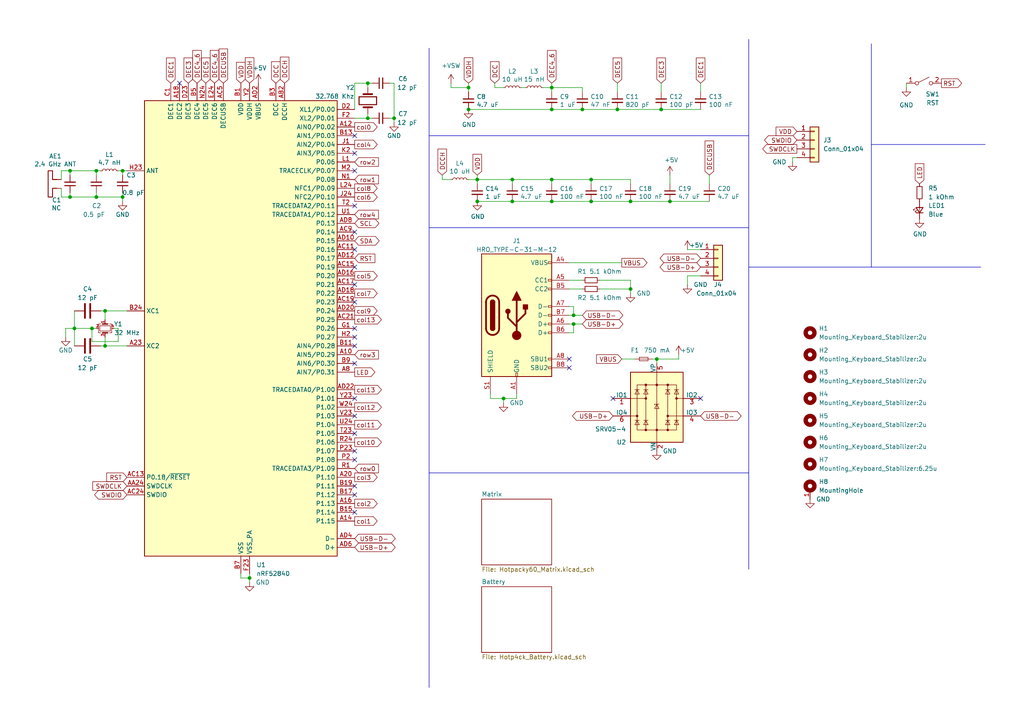
<source format=kicad_sch>
(kicad_sch (version 20230121) (generator eeschema)
  (paper "A4")
  (lib_symbols
    (symbol "Connector:USB_C_Receptacle_USB2.0" (pin_names (offset 1.016))
      (property "Reference" "J" (at -10.16 19.05 0))
      (property "Value" "USB_C_Receptacle_USB2.0" (at 19.05 19.05 0))
      (symbol "USB_C_Receptacle_USB2.0_1_1"
        (pin passive line (at 0 -22.86 90) (length 5.08) (name "GND") (number "A1"))
        (pin passive line (at 0 -22.86 90) (length 5.08) hide (name "GND") (number "A12"))
        (pin passive line (at 15.24 15.24 180) (length 5.08) (name "VBUS") (number "A4"))
        (pin bidirectional line (at 15.24 10.16 180) (length 5.08) (name "CC1") (number "A5"))
        (pin bidirectional line (at 15.24 -2.54 180) (length 5.08) (name "D+") (number "A6"))
        (pin bidirectional line (at 15.24 2.54 180) (length 5.08) (name "D-") (number "A7"))
        (pin bidirectional line (at 15.24 -12.7 180) (length 5.08) (name "SBU1") (number "A8"))
        (pin passive line (at 15.24 15.24 180) (length 5.08) hide (name "VBUS") (number "A9"))
        (pin passive line (at 0 -22.86 90) (length 5.08) hide (name "GND") (number "B1"))
        (pin passive line (at 0 -22.86 90) (length 5.08) hide (name "GND") (number "B12"))
        (pin passive line (at 15.24 15.24 180) (length 5.08) hide (name "VBUS") (number "B4"))
        (pin bidirectional line (at 15.24 7.62 180) (length 5.08) (name "CC2") (number "B5"))
        (pin bidirectional line (at 15.24 -5.08 180) (length 5.08) (name "D+") (number "B6"))
        (pin bidirectional line (at 15.24 0 180) (length 5.08) (name "D-") (number "B7"))
        (pin bidirectional line (at 15.24 -15.24 180) (length 5.08) (name "SBU2") (number "B8"))
        (pin passive line (at 15.24 15.24 180) (length 5.08) hide (name "VBUS") (number "B9"))
        (pin passive line (at -7.62 -22.86 90) (length 5.08) (name "SHIELD") (number "S1"))
      )
    )
    (symbol "Connector_Generic:Conn_01x04" (pin_names (offset 1.016) hide)
      (property "Reference" "J" (at 0 5.08 0))
      (property "Value" "Conn_01x04" (at 0 -7.62 0))
      (symbol "Conn_01x04_1_1"
        (pin passive line (at -5.08 2.54 0) (length 3.81) (name "Pin_1") (number "1"))
        (pin passive line (at -5.08 0 0) (length 3.81) (name "Pin_2") (number "2"))
        (pin passive line (at -5.08 -2.54 0) (length 3.81) (name "Pin_3") (number "3"))
        (pin passive line (at -5.08 -5.08 0) (length 3.81) (name "Pin_4") (number "4"))
      )
    )
    (symbol "Device:Antenna_Dipole" (pin_numbers hide) (pin_names (offset 1.016) hide)
      (property "Reference" "AE" (at 1.27 1.27 0))
      (property "Value" "Antenna_Dipole" (at 1.27 0 0))
      (symbol "Antenna_Dipole_1_1"
        (pin input line (at 0 -5.08 90) (length 2.54) (name "~") (number "1"))
        (pin input line (at 2.54 -5.08 90) (length 2.54) (name "~") (number "2"))
      )
    )
    (symbol "Device:C" (pin_numbers hide) (pin_names (offset 0.254))
      (property "Reference" "C" (at 0.635 2.54 0))
      (property "Value" "C" (at 0.635 -2.54 0))
      (symbol "C_1_1"
        (pin passive line (at 0 3.81 270) (length 2.794) (name "~") (number "1"))
        (pin passive line (at 0 -3.81 90) (length 2.794) (name "~") (number "2"))
      )
    )
    (symbol "Device:C_Small" (pin_numbers hide) (pin_names (offset 0.254) hide)
      (property "Reference" "C" (at 0.254 1.778 0))
      (property "Value" "C_Small" (at 0.254 -2.032 0))
      (symbol "C_Small_1_1"
        (pin passive line (at 0 2.54 270) (length 2.032) (name "~") (number "1"))
        (pin passive line (at 0 -2.54 90) (length 2.032) (name "~") (number "2"))
      )
    )
    (symbol "Device:Crystal" (pin_numbers hide) (pin_names (offset 1.016) hide)
      (property "Reference" "Y" (at 0 3.81 0))
      (property "Value" "Crystal" (at 0 -3.81 0))
      (symbol "Crystal_1_1"
        (pin passive line (at -3.81 0 0) (length 1.27) (name "1") (number "1"))
        (pin passive line (at 3.81 0 180) (length 1.27) (name "2") (number "2"))
      )
    )
    (symbol "Device:Crystal_GND24_Small" (pin_names (offset 1.016) hide)
      (property "Reference" "Y" (at 1.27 4.445 0))
      (property "Value" "Crystal_GND24_Small" (at 1.27 2.54 0))
      (symbol "Crystal_GND24_Small_1_1"
        (pin passive line (at -2.54 0 0) (length 1.27) (name "1") (number "1"))
        (pin passive line (at 0 -2.54 90) (length 0.635) (name "2") (number "2"))
        (pin passive line (at 2.54 0 180) (length 1.27) (name "3") (number "3"))
        (pin passive line (at 0 2.54 270) (length 0.635) (name "4") (number "4"))
      )
    )
    (symbol "Device:Fuse_Small" (pin_numbers hide) (pin_names (offset 0.254) hide)
      (property "Reference" "F" (at 0 -1.524 0))
      (property "Value" "Fuse_Small" (at 0 1.524 0))
      (symbol "Fuse_Small_1_1"
        (pin passive line (at -2.54 0 0) (length 1.27) (name "~") (number "1"))
        (pin passive line (at 2.54 0 180) (length 1.27) (name "~") (number "2"))
      )
    )
    (symbol "Device:LED_Small" (pin_numbers hide) (pin_names (offset 0.254) hide)
      (property "Reference" "D" (at -1.27 3.175 0))
      (property "Value" "LED_Small" (at -4.445 -2.54 0))
      (symbol "LED_Small_1_1"
        (pin passive line (at -2.54 0 0) (length 1.778) (name "K") (number "1"))
        (pin passive line (at 2.54 0 180) (length 1.778) (name "A") (number "2"))
      )
    )
    (symbol "Device:L_Small" (pin_numbers hide) (pin_names (offset 0.254) hide)
      (property "Reference" "L" (at 0.762 1.016 0))
      (property "Value" "L_Small" (at 0.762 -1.016 0))
      (symbol "L_Small_1_1"
        (pin passive line (at 0 2.54 270) (length 0.508) (name "~") (number "1"))
        (pin passive line (at 0 -2.54 90) (length 0.508) (name "~") (number "2"))
      )
    )
    (symbol "Device:R_Small" (pin_numbers hide) (pin_names (offset 0.254) hide)
      (property "Reference" "R" (at 0.762 0.508 0))
      (property "Value" "R_Small" (at 0.762 -1.016 0))
      (symbol "R_Small_1_1"
        (pin passive line (at 0 2.54 270) (length 0.762) (name "~") (number "1"))
        (pin passive line (at 0 -2.54 90) (length 0.762) (name "~") (number "2"))
      )
    )
    (symbol "MCU_Nordic:nRF52840"
      (property "Reference" "U" (at 0 5.08 0))
      (property "Value" "nRF52840" (at 0 2.54 0))
      (symbol "nRF52840_1_1"
        (pin bidirectional line (at 33.02 -7.62 180) (length 5.08) (name "AIN5/P0.29") (number "A10"))
        (pin bidirectional line (at 33.02 58.42 180) (length 5.08) (name "AIN0/P0.02") (number "A12"))
        (pin bidirectional line (at 33.02 -55.88 180) (length 5.08) (name "P1.15") (number "A14"))
        (pin bidirectional line (at 33.02 -50.8 180) (length 5.08) (name "P1.13") (number "A16"))
        (pin passive line (at -17.78 71.12 270) (length 5.08) (name "DEC2") (number "A18"))
        (pin bidirectional line (at 33.02 -43.18 180) (length 5.08) (name "P1.10") (number "A20"))
        (pin passive line (at 0 71.12 270) (length 5.08) hide (name "VDD") (number "A22"))
        (pin input line (at -33.02 -5.08 0) (length 5.08) (name "XC2") (number "A23"))
        (pin bidirectional line (at 33.02 -12.7 180) (length 5.08) (name "AIN7/P0.31") (number "A8"))
        (pin input line (at -33.02 -45.72 0) (length 5.08) (name "SWDCLK") (number "AA24"))
        (pin power_out line (at 12.7 71.12 270) (length 5.08) (name "DCCH") (number "AB2"))
        (pin bidirectional line (at 33.02 22.86 180) (length 5.08) (name "P0.16") (number "AC11"))
        (pin bidirectional line (at -33.02 -43.18 0) (length 5.08) (name "P0.18/~{RESET}") (number "AC13"))
        (pin bidirectional line (at 33.02 17.78 180) (length 5.08) (name "P0.19") (number "AC15"))
        (pin bidirectional line (at 33.02 12.7 180) (length 5.08) (name "P0.21") (number "AC17"))
        (pin bidirectional line (at 33.02 7.62 180) (length 5.08) (name "P0.23") (number "AC19"))
        (pin bidirectional line (at 33.02 2.54 180) (length 5.08) (name "P0.25") (number "AC21"))
        (pin bidirectional line (at -33.02 -48.26 0) (length 5.08) (name "SWDIO") (number "AC24"))
        (pin passive line (at -5.08 71.12 270) (length 5.08) (name "DECUSB") (number "AC5"))
        (pin bidirectional line (at 33.02 27.94 180) (length 5.08) (name "P0.14") (number "AC9"))
        (pin bidirectional line (at 33.02 25.4 180) (length 5.08) (name "P0.15") (number "AD10"))
        (pin bidirectional line (at 33.02 20.32 180) (length 5.08) (name "P0.17") (number "AD12"))
        (pin passive line (at 0 71.12 270) (length 5.08) hide (name "VDD") (number "AD14"))
        (pin bidirectional line (at 33.02 15.24 180) (length 5.08) (name "P0.20") (number "AD16"))
        (pin bidirectional line (at 33.02 10.16 180) (length 5.08) (name "P0.22") (number "AD18"))
        (pin power_in line (at 5.08 71.12 270) (length 5.08) (name "VBUS") (number "AD2"))
        (pin bidirectional line (at 33.02 5.08 180) (length 5.08) (name "P0.24") (number "AD20"))
        (pin bidirectional line (at 33.02 -17.78 180) (length 5.08) (name "TRACEDATA0/P1.00") (number "AD22"))
        (pin passive line (at 0 71.12 270) (length 5.08) hide (name "VDD") (number "AD23"))
        (pin bidirectional line (at 33.02 -60.96 180) (length 5.08) (name "D-") (number "AD4"))
        (pin bidirectional line (at 33.02 -63.5 180) (length 5.08) (name "D+") (number "AD6"))
        (pin bidirectional line (at 33.02 30.48 180) (length 5.08) (name "P0.13") (number "AD8"))
        (pin power_in line (at 0 71.12 270) (length 5.08) (name "VDD") (number "B1"))
        (pin bidirectional line (at 33.02 -5.08 180) (length 5.08) (name "AIN4/P0.28") (number "B11"))
        (pin bidirectional line (at 33.02 55.88 180) (length 5.08) (name "AIN1/P0.03") (number "B13"))
        (pin bidirectional line (at 33.02 -53.34 180) (length 5.08) (name "P1.14") (number "B15"))
        (pin bidirectional line (at 33.02 -48.26 180) (length 5.08) (name "P1.12") (number "B17"))
        (pin bidirectional line (at 33.02 -45.72 180) (length 5.08) (name "P1.11") (number "B19"))
        (pin input line (at -33.02 5.08 0) (length 5.08) (name "XC1") (number "B24"))
        (pin power_out line (at 10.16 71.12 270) (length 5.08) (name "DCC") (number "B3"))
        (pin passive line (at -12.7 71.12 270) (length 5.08) (name "DEC4") (number "B5"))
        (pin power_in line (at 0 -71.12 90) (length 5.08) (name "VSS") (number "B7"))
        (pin bidirectional line (at 33.02 -10.16 180) (length 5.08) (name "AIN6/P0.30") (number "B9"))
        (pin passive line (at -20.32 71.12 270) (length 5.08) (name "DEC1") (number "C1"))
        (pin bidirectional line (at 33.02 63.5 180) (length 5.08) (name "XL1/P0.00") (number "D2"))
        (pin passive line (at -15.24 71.12 270) (length 5.08) (name "DEC3") (number "D23"))
        (pin passive line (at -7.62 71.12 270) (length 5.08) (name "DEC6") (number "E24"))
        (pin passive line (at 0 -71.12 90) (length 5.08) hide (name "VSS") (number "EP"))
        (pin bidirectional line (at 33.02 60.96 180) (length 5.08) (name "XL2/P0.01") (number "F2"))
        (pin power_in line (at 2.54 -71.12 90) (length 5.08) (name "VSS_PA") (number "F23"))
        (pin bidirectional line (at 33.02 0 180) (length 5.08) (name "P0.26") (number "G1"))
        (pin bidirectional line (at 33.02 -2.54 180) (length 5.08) (name "P0.27") (number "H2"))
        (pin passive line (at -33.02 45.72 0) (length 5.08) (name "ANT") (number "H23"))
        (pin bidirectional line (at 33.02 53.34 180) (length 5.08) (name "AIN2/P0.04") (number "J1"))
        (pin bidirectional line (at 33.02 38.1 180) (length 5.08) (name "NFC2/P0.10") (number "J24"))
        (pin bidirectional line (at 33.02 50.8 180) (length 5.08) (name "AIN3/P0.05") (number "K2"))
        (pin bidirectional line (at 33.02 48.26 180) (length 5.08) (name "P0.06") (number "L1"))
        (pin bidirectional line (at 33.02 40.64 180) (length 5.08) (name "NFC1/P0.09") (number "L24"))
        (pin bidirectional line (at 33.02 45.72 180) (length 5.08) (name "TRACECLK/P0.07") (number "M2"))
        (pin bidirectional line (at 33.02 43.18 180) (length 5.08) (name "P0.08") (number "N1"))
        (pin passive line (at -10.16 71.12 270) (length 5.08) (name "DEC5") (number "N24"))
        (pin bidirectional line (at 33.02 -38.1 180) (length 5.08) (name "P1.08") (number "P2"))
        (pin bidirectional line (at 33.02 -35.56 180) (length 5.08) (name "P1.07") (number "P23"))
        (pin bidirectional line (at 33.02 -40.64 180) (length 5.08) (name "TRACEDATA3/P1.09") (number "R1"))
        (pin bidirectional line (at 33.02 -33.02 180) (length 5.08) (name "P1.06") (number "R24"))
        (pin bidirectional line (at 33.02 35.56 180) (length 5.08) (name "TRACEDATA2/P0.11") (number "T2"))
        (pin bidirectional line (at 33.02 -30.48 180) (length 5.08) (name "P1.05") (number "T23"))
        (pin bidirectional line (at 33.02 33.02 180) (length 5.08) (name "TRACEDATA1/P0.12") (number "U1"))
        (pin bidirectional line (at 33.02 -27.94 180) (length 5.08) (name "P1.04") (number "U24"))
        (pin bidirectional line (at 33.02 -25.4 180) (length 5.08) (name "P1.03") (number "V23"))
        (pin passive line (at 0 71.12 270) (length 5.08) hide (name "VDD") (number "W1"))
        (pin bidirectional line (at 33.02 -22.86 180) (length 5.08) (name "P1.02") (number "W24"))
        (pin power_in line (at 2.54 71.12 270) (length 5.08) (name "VDDH") (number "Y2"))
        (pin bidirectional line (at 33.02 -20.32 180) (length 5.08) (name "P1.01") (number "Y23"))
      )
    )
    (symbol "Mechanical:MountingHole" (pin_names (offset 1.016))
      (property "Reference" "H" (at 0 5.08 0))
      (property "Value" "MountingHole" (at 0 3.175 0))
    )
    (symbol "MountingHole_1" (pin_names (offset 1.016))
      (property "Reference" "H7" (at 2.54 1.2701 0))
      (property "Value" "MountingHole" (at 2.54 -1.2699 0))
      (symbol "MountingHole_1_0_0"
        (text "" (at 5.08 -1.27 0) (effects (font (size 1.27 1.27))))
        (text "" (at 5.08 1.27 0) (effects (font (size 1.27 1.27))))
      )
      (symbol "MountingHole_1_1_1"
        (pin input line (at 0 -3.81 90) (length 2.54) (name "") (number "1"))
      )
    )
    (symbol "PCM_marbastlib-various:SRV05-4" (pin_names (offset 0))
      (property "Reference" "U" (at -5.08 11.43 0))
      (property "Value" "SRV05-4" (at 2.54 11.43 0))
      (symbol "SRV05-4_1_1"
        (pin passive line (at -12.7 2.54 0) (length 5.08) (name "IO1") (number "1"))
        (pin passive line (at 0 -12.7 90) (length 2.54) (name "VN") (number "2"))
        (pin passive line (at 12.7 2.54 180) (length 5.08) (name "IO2") (number "3"))
        (pin passive line (at 12.7 -2.54 180) (length 5.08) (name "IO3") (number "4"))
        (pin passive line (at 0 12.7 270) (length 2.54) (name "VP") (number "5"))
        (pin passive line (at -12.7 -2.54 0) (length 5.08) (name "IO4") (number "6"))
      )
    )
    (symbol "Switch:SW_SPST" (pin_names (offset 0) hide)
      (property "Reference" "SW" (at 0 3.175 0))
      (property "Value" "SW_SPST" (at 0 -2.54 0))
      (symbol "SW_SPST_1_1"
        (pin passive line (at -5.08 0 0) (length 2.54) (name "A") (number "1"))
        (pin passive line (at 5.08 0 180) (length 2.54) (name "B") (number "2"))
      )
    )
    (symbol "power:+5V" (power) (pin_names (offset 0))
      (property "Value" "+5V" (at 0 3.556 0))
      (symbol "+5V_1_1"
        (pin power_in line (at 0 0 90) (length 0) hide (name "+5V") (number "1"))
      )
    )
    (symbol "power:+VSW" (power) (pin_names (offset 0))
      (property "Value" "+VSW" (at 0 3.556 0))
      (symbol "+VSW_1_1"
        (pin power_in line (at 0 0 90) (length 0) hide (name "+VSW") (number "1"))
      )
    )
    (symbol "power:GND" (power) (pin_names (offset 0))
      (property "Value" "GND" (at 0 -3.81 0))
      (symbol "GND_1_1"
        (pin power_in line (at 0 0 270) (length 0) hide (name "GND") (number "1"))
      )
    )
  )
  (junction (at 35.56 49.53))
  (junction (at 171.45 52.07) (diameter 0.9144))
  (junction (at 27.94 57.15))
  (junction (at 135.89 31.75) (diameter 0.9144))
  (junction (at 138.43 52.07) (diameter 0.9144))
  (junction (at 35.56 57.15))
  (junction (at 168.91 31.75) (diameter 0.9144))
  (junction (at 166.37 91.44))
  (junction (at 166.37 93.98))
  (junction (at 190.5 104.14))
  (junction (at 72.39 167.64))
  (junction (at 30.48 90.17))
  (junction (at 160.02 25.4) (diameter 0.9144))
  (junction (at 194.31 58.42) (diameter 0.9144))
  (junction (at 191.77 31.75) (diameter 0.9144))
  (junction (at 160.02 52.07) (diameter 0.9144))
  (junction (at 20.32 49.53))
  (junction (at 20.32 57.15))
  (junction (at 21.59 95.25))
  (junction (at 106.68 24.13))
  (junction (at 27.94 49.53))
  (junction (at 114.3 34.29))
  (junction (at 160.02 31.75) (diameter 0.9144))
  (junction (at 160.02 58.42) (diameter 0.9144))
  (junction (at 179.07 31.75) (diameter 0.9144))
  (junction (at 135.89 25.4) (diameter 0.9144))
  (junction (at 182.88 83.82) (diameter 0.9144))
  (junction (at 30.48 100.33))
  (junction (at 138.43 58.42) (diameter 0.9144))
  (junction (at 148.59 52.07) (diameter 0.9144))
  (junction (at 171.45 58.42) (diameter 0.9144))
  (junction (at 26.67 95.25))
  (junction (at 146.05 115.57))
  (junction (at 106.68 34.29))
  (junction (at 148.59 58.42) (diameter 0.9144))
  (junction (at 182.88 58.42) (diameter 0.9144))
  (no_connect (at 102.87 100.33))
  (no_connect (at 102.87 120.65))
  (no_connect (at 102.87 82.55))
  (no_connect (at 165.1 106.68))
  (no_connect (at 102.87 140.97))
  (no_connect (at 102.87 67.31))
  (no_connect (at 203.2 115.57))
  (no_connect (at 102.87 44.45))
  (no_connect (at 52.07 24.13))
  (no_connect (at 102.87 87.63))
  (no_connect (at 102.87 130.81))
  (no_connect (at 165.1 104.14))
  (no_connect (at 102.87 148.59))
  (no_connect (at 102.87 97.79))
  (no_connect (at 102.87 95.25))
  (no_connect (at 102.87 133.35))
  (no_connect (at 102.87 115.57))
  (no_connect (at 102.87 72.39))
  (no_connect (at 102.87 125.73))
  (no_connect (at 102.87 59.69))
  (no_connect (at 177.8 115.57))
  (no_connect (at 102.87 77.47))
  (no_connect (at 102.87 105.41))
  (no_connect (at 102.87 39.37))
  (no_connect (at 102.87 49.53))
  (no_connect (at 102.87 143.51))
  (wire (pts (xy 102.87 34.29) (xy 106.68 34.29)))
  (wire (pts (xy 165.1 96.52) (xy 166.37 96.52)))
  (wire (pts (xy 106.68 34.29) (xy 107.95 34.29)))
  (wire (pts (xy 21.59 90.17) (xy 21.59 95.25)))
  (wire (pts (xy 171.45 52.07) (xy 171.45 53.34)))
  (wire (pts (xy 166.37 96.52) (xy 166.37 93.98)))
  (wire (pts (xy 199.39 80.01) (xy 199.39 82.55)))
  (polyline (pts (xy 217.17 77.47) (xy 284.48 77.47)))
  (wire (pts (xy 160.02 31.75) (xy 168.91 31.75)))
  (wire (pts (xy 151.13 25.4) (xy 152.4 25.4)))
  (wire (pts (xy 69.85 167.64) (xy 72.39 167.64)))
  (wire (pts (xy 20.32 57.15) (xy 27.94 57.15)))
  (wire (pts (xy 130.81 24.13) (xy 130.81 25.4)))
  (wire (pts (xy 179.07 31.75) (xy 191.77 31.75)))
  (wire (pts (xy 182.88 58.42) (xy 194.31 58.42)))
  (wire (pts (xy 29.21 49.53) (xy 27.94 49.53)))
  (wire (pts (xy 21.59 95.25) (xy 21.59 100.33)))
  (wire (pts (xy 138.43 52.07) (xy 138.43 53.34)))
  (wire (pts (xy 27.94 55.88) (xy 27.94 57.15)))
  (wire (pts (xy 102.87 24.13) (xy 106.68 24.13)))
  (wire (pts (xy 138.43 58.42) (xy 148.59 58.42)))
  (wire (pts (xy 166.37 93.98) (xy 168.91 93.98)))
  (wire (pts (xy 182.88 85.09) (xy 182.88 83.82)))
  (polyline (pts (xy 212.09 39.37) (xy 214.63 39.37)))
  (wire (pts (xy 27.94 95.25) (xy 26.67 95.25)))
  (wire (pts (xy 135.89 31.75) (xy 160.02 31.75)))
  (wire (pts (xy 128.27 50.8) (xy 128.27 52.07)))
  (wire (pts (xy 160.02 52.07) (xy 160.02 53.34)))
  (wire (pts (xy 138.43 52.07) (xy 135.89 52.07)))
  (wire (pts (xy 72.39 167.64) (xy 72.39 168.91)))
  (wire (pts (xy 29.21 100.33) (xy 30.48 100.33)))
  (wire (pts (xy 160.02 25.4) (xy 168.91 25.4)))
  (wire (pts (xy 143.51 25.4) (xy 146.05 25.4)))
  (wire (pts (xy 21.59 95.25) (xy 19.05 95.25)))
  (wire (pts (xy 190.5 104.14) (xy 190.5 105.41)))
  (wire (pts (xy 160.02 25.4) (xy 160.02 24.13)))
  (wire (pts (xy 102.87 31.75) (xy 102.87 24.13)))
  (wire (pts (xy 165.1 88.9) (xy 166.37 88.9)))
  (wire (pts (xy 173.99 81.28) (xy 182.88 81.28)))
  (wire (pts (xy 35.56 49.53) (xy 35.56 50.8)))
  (wire (pts (xy 17.78 54.61) (xy 17.78 57.15)))
  (polyline (pts (xy 124.46 66.04) (xy 217.17 66.04)))
  (wire (pts (xy 106.68 24.13) (xy 107.95 24.13)))
  (wire (pts (xy 168.91 25.4) (xy 168.91 26.67)))
  (wire (pts (xy 179.07 26.67) (xy 179.07 24.13)))
  (wire (pts (xy 20.32 55.88) (xy 20.32 57.15)))
  (polyline (pts (xy 214.63 39.37) (xy 217.17 39.37)))
  (wire (pts (xy 106.68 33.02) (xy 106.68 34.29)))
  (wire (pts (xy 191.77 31.75) (xy 203.2 31.75)))
  (wire (pts (xy 33.02 95.25) (xy 34.29 95.25)))
  (wire (pts (xy 148.59 53.34) (xy 148.59 52.07)))
  (wire (pts (xy 160.02 58.42) (xy 171.45 58.42)))
  (wire (pts (xy 148.59 52.07) (xy 160.02 52.07)))
  (wire (pts (xy 229.87 45.72) (xy 231.14 45.72)))
  (wire (pts (xy 26.67 95.25) (xy 26.67 99.06)))
  (wire (pts (xy 35.56 57.15) (xy 27.94 57.15)))
  (polyline (pts (xy 124.46 13.97) (xy 124.46 199.39)))
  (wire (pts (xy 168.91 31.75) (xy 179.07 31.75)))
  (polyline (pts (xy 124.46 39.37) (xy 212.09 39.37)))
  (wire (pts (xy 114.3 34.29) (xy 114.3 35.56)))
  (wire (pts (xy 180.34 104.14) (xy 184.15 104.14)))
  (wire (pts (xy 165.1 93.98) (xy 166.37 93.98)))
  (wire (pts (xy 26.67 99.06) (xy 34.29 99.06)))
  (wire (pts (xy 130.81 25.4) (xy 135.89 25.4)))
  (wire (pts (xy 35.56 57.15) (xy 35.56 58.42)))
  (wire (pts (xy 199.39 72.39) (xy 203.2 72.39)))
  (wire (pts (xy 35.56 49.53) (xy 36.83 49.53)))
  (wire (pts (xy 194.31 58.42) (xy 205.74 58.42)))
  (wire (pts (xy 27.94 49.53) (xy 27.94 50.8)))
  (wire (pts (xy 171.45 58.42) (xy 182.88 58.42)))
  (polyline (pts (xy 217.17 11.43) (xy 217.17 165.1)))
  (wire (pts (xy 182.88 81.28) (xy 182.88 83.82)))
  (wire (pts (xy 20.32 49.53) (xy 20.32 50.8)))
  (wire (pts (xy 229.87 46.99) (xy 229.87 45.72)))
  (wire (pts (xy 203.2 80.01) (xy 199.39 80.01)))
  (wire (pts (xy 138.43 52.07) (xy 148.59 52.07)))
  (wire (pts (xy 168.91 91.44) (xy 166.37 91.44)))
  (wire (pts (xy 157.48 25.4) (xy 160.02 25.4)))
  (wire (pts (xy 17.78 57.15) (xy 20.32 57.15)))
  (wire (pts (xy 205.74 50.8) (xy 205.74 53.34)))
  (wire (pts (xy 194.31 50.8) (xy 194.31 53.34)))
  (wire (pts (xy 30.48 90.17) (xy 30.48 92.71)))
  (polyline (pts (xy 217.17 137.16) (xy 124.46 137.16)))
  (wire (pts (xy 143.51 24.13) (xy 143.51 25.4)))
  (wire (pts (xy 19.05 95.25) (xy 19.05 97.79)))
  (wire (pts (xy 30.48 100.33) (xy 36.83 100.33)))
  (wire (pts (xy 114.3 24.13) (xy 114.3 34.29)))
  (wire (pts (xy 182.88 52.07) (xy 182.88 53.34)))
  (wire (pts (xy 160.02 25.4) (xy 160.02 26.67)))
  (wire (pts (xy 69.85 167.64) (xy 69.85 166.37)))
  (wire (pts (xy 142.24 115.57) (xy 146.05 115.57)))
  (wire (pts (xy 189.23 104.14) (xy 190.5 104.14)))
  (wire (pts (xy 165.1 83.82) (xy 168.91 83.82)))
  (wire (pts (xy 142.24 114.3) (xy 142.24 115.57)))
  (wire (pts (xy 36.83 90.17) (xy 30.48 90.17)))
  (wire (pts (xy 191.77 24.13) (xy 191.77 26.67)))
  (wire (pts (xy 17.78 49.53) (xy 17.78 52.07)))
  (wire (pts (xy 203.2 24.13) (xy 203.2 26.67)))
  (wire (pts (xy 34.29 95.25) (xy 34.29 99.06)))
  (wire (pts (xy 138.43 50.8) (xy 138.43 52.07)))
  (wire (pts (xy 72.39 167.64) (xy 72.39 166.37)))
  (wire (pts (xy 34.29 49.53) (xy 35.56 49.53)))
  (wire (pts (xy 166.37 88.9) (xy 166.37 91.44)))
  (wire (pts (xy 20.32 49.53) (xy 27.94 49.53)))
  (wire (pts (xy 35.56 55.88) (xy 35.56 57.15)))
  (wire (pts (xy 113.03 24.13) (xy 114.3 24.13)))
  (wire (pts (xy 160.02 52.07) (xy 171.45 52.07)))
  (wire (pts (xy 148.59 58.42) (xy 160.02 58.42)))
  (wire (pts (xy 146.05 115.57) (xy 149.86 115.57)))
  (wire (pts (xy 135.89 25.4) (xy 135.89 24.13)))
  (wire (pts (xy 262.89 24.13) (xy 262.89 25.4)))
  (polyline (pts (xy 252.73 41.91) (xy 285.75 41.91)))
  (wire (pts (xy 165.1 76.2) (xy 180.34 76.2)))
  (wire (pts (xy 173.99 83.82) (xy 182.88 83.82)))
  (wire (pts (xy 29.21 90.17) (xy 30.48 90.17)))
  (wire (pts (xy 135.89 26.67) (xy 135.89 25.4)))
  (wire (pts (xy 149.86 114.3) (xy 149.86 115.57)))
  (wire (pts (xy 165.1 81.28) (xy 168.91 81.28)))
  (polyline (pts (xy 252.73 77.47) (xy 252.73 12.7)))
  (wire (pts (xy 113.03 34.29) (xy 114.3 34.29)))
  (wire (pts (xy 146.05 116.84) (xy 146.05 115.57)))
  (wire (pts (xy 130.81 52.07) (xy 128.27 52.07)))
  (wire (pts (xy 30.48 97.79) (xy 30.48 100.33)))
  (wire (pts (xy 20.32 49.53) (xy 17.78 49.53)))
  (wire (pts (xy 106.68 24.13) (xy 106.68 25.4)))
  (wire (pts (xy 165.1 91.44) (xy 166.37 91.44)))
  (wire (pts (xy 196.85 102.87) (xy 196.85 104.14)))
  (wire (pts (xy 190.5 104.14) (xy 196.85 104.14)))
  (wire (pts (xy 171.45 52.07) (xy 182.88 52.07)))
  (wire (pts (xy 21.59 95.25) (xy 26.67 95.25)))
  (global_label "DEC1" (shape input) (at 203.2 24.13 90) (property "Intersheetrefs" "${INTERSHEET_REFS}" (effects hide)))
  (global_label "col12" (shape output) (at 102.87 118.11 0) (property "Intersheetrefs" "${INTERSHEET_REFS}" (effects hide)))
  (global_label "DEC4_6" (shape input) (at 160.02 24.13 90) (property "Intersheetrefs" "${INTERSHEET_REFS}" (effects hide)))
  (global_label "DEC3" (shape input) (at 54.61 24.13 90) (property "Intersheetrefs" "${INTERSHEET_REFS}" (effects hide)))
  (global_label "row0" (shape input) (at 102.87 135.89 0) (property "Intersheetrefs" "${INTERSHEET_REFS}" (effects hide)))
  (global_label "SDA" (shape bidirectional) (at 102.87 69.85 0) (property "Intersheetrefs" "${INTERSHEET_REFS}" (effects hide)))
  (global_label "col5" (shape output) (at 102.87 80.01 0) (property "Intersheetrefs" "${INTERSHEET_REFS}" (effects hide)))
  (global_label "col10" (shape output) (at 102.87 128.27 0) (property "Intersheetrefs" "${INTERSHEET_REFS}" (effects hide)))
  (global_label "USB-D+" (shape bidirectional) (at 102.87 158.75 0) (property "Intersheetrefs" "${INTERSHEET_REFS}" (effects hide)))
  (global_label "SWDIO" (shape bidirectional) (at 36.83 143.51 180) (property "Intersheetrefs" "${INTERSHEET_REFS}" (effects hide)))
  (global_label "col2" (shape output) (at 102.87 146.05 0) (property "Intersheetrefs" "${INTERSHEET_REFS}" (effects hide)))
  (global_label "DEC4_6" (shape input) (at 62.23 24.13 90) (property "Intersheetrefs" "${INTERSHEET_REFS}" (effects hide)))
  (global_label "col13" (shape output) (at 102.87 113.03 0) (property "Intersheetrefs" "${INTERSHEET_REFS}" (effects hide)))
  (global_label "DEC4_6" (shape input) (at 57.15 24.13 90) (property "Intersheetrefs" "${INTERSHEET_REFS}" (effects hide)))
  (global_label "RST" (shape input) (at 102.87 74.93 0) (property "Intersheetrefs" "${INTERSHEET_REFS}" (effects hide)))
  (global_label "DCCH" (shape input) (at 128.27 50.8 90) (property "Intersheetrefs" "${INTERSHEET_REFS}" (effects hide)))
  (global_label "DEC5" (shape input) (at 179.07 24.13 90) (property "Intersheetrefs" "${INTERSHEET_REFS}" (effects hide)))
  (global_label "DECUSB" (shape input) (at 205.74 50.8 90) (property "Intersheetrefs" "${INTERSHEET_REFS}" (effects hide)))
  (global_label "col11" (shape output) (at 102.87 123.19 0) (property "Intersheetrefs" "${INTERSHEET_REFS}" (effects hide)))
  (global_label "VBUS" (shape input) (at 180.34 104.14 180) (property "Intersheetrefs" "${INTERSHEET_REFS}" (effects hide)))
  (global_label "USB-D+" (shape bidirectional) (at 203.2 77.47 180) (property "Intersheetrefs" "${INTERSHEET_REFS}" (effects hide)))
  (global_label "USB-D+" (shape bidirectional) (at 177.8 120.65 180) (property "Intersheetrefs" "${INTERSHEET_REFS}" (effects hide)))
  (global_label "DCC" (shape input) (at 143.51 24.13 90) (property "Intersheetrefs" "${INTERSHEET_REFS}" (effects hide)))
  (global_label "RST" (shape input) (at 36.83 138.43 180) (property "Intersheetrefs" "${INTERSHEET_REFS}" (effects hide)))
  (global_label "col4" (shape output) (at 102.87 41.91 0) (property "Intersheetrefs" "${INTERSHEET_REFS}" (effects hide)))
  (global_label "VDDH" (shape input) (at 72.39 24.13 90) (property "Intersheetrefs" "${INTERSHEET_REFS}" (effects hide)))
  (global_label "VDDH" (shape input) (at 135.89 24.13 90) (property "Intersheetrefs" "${INTERSHEET_REFS}" (effects hide)))
  (global_label "col3" (shape output) (at 102.87 138.43 0) (property "Intersheetrefs" "${INTERSHEET_REFS}" (effects hide)))
  (global_label "RST" (shape output) (at 273.05 24.13 0) (property "Intersheetrefs" "${INTERSHEET_REFS}" (effects hide)))
  (global_label "col1" (shape output) (at 102.87 151.13 0) (property "Intersheetrefs" "${INTERSHEET_REFS}" (effects hide)))
  (global_label "DCCH" (shape input) (at 82.55 24.13 90) (property "Intersheetrefs" "${INTERSHEET_REFS}" (effects hide)))
  (global_label "VBUS" (shape output) (at 180.34 76.2 0) (property "Intersheetrefs" "${INTERSHEET_REFS}" (effects hide)))
  (global_label "DECUSB" (shape input) (at 64.77 24.13 90) (property "Intersheetrefs" "${INTERSHEET_REFS}" (effects hide)))
  (global_label "USB-D+" (shape bidirectional) (at 168.91 93.98 0) (property "Intersheetrefs" "${INTERSHEET_REFS}" (effects hide)))
  (global_label "col0" (shape output) (at 102.87 36.83 0) (property "Intersheetrefs" "${INTERSHEET_REFS}" (effects hide)))
  (global_label "SWDIO" (shape bidirectional) (at 231.14 40.64 180) (property "Intersheetrefs" "${INTERSHEET_REFS}" (effects hide)))
  (global_label "row1" (shape input) (at 102.87 52.07 0) (property "Intersheetrefs" "${INTERSHEET_REFS}" (effects hide)))
  (global_label "VDD" (shape input) (at 69.85 24.13 90) (property "Intersheetrefs" "${INTERSHEET_REFS}" (effects hide)))
  (global_label "col7" (shape output) (at 102.87 85.09 0) (property "Intersheetrefs" "${INTERSHEET_REFS}" (effects hide)))
  (global_label "SWDCLK" (shape input) (at 36.83 140.97 180) (property "Intersheetrefs" "${INTERSHEET_REFS}" (effects hide)))
  (global_label "LED" (shape input) (at 266.7 53.34 90) (property "Intersheetrefs" "${INTERSHEET_REFS}" (effects hide)))
  (global_label "VDD" (shape input) (at 138.43 50.8 90) (property "Intersheetrefs" "${INTERSHEET_REFS}" (effects hide)))
  (global_label "row2" (shape input) (at 102.87 46.99 0) (property "Intersheetrefs" "${INTERSHEET_REFS}" (effects hide)))
  (global_label "col6" (shape output) (at 102.87 57.15 0) (property "Intersheetrefs" "${INTERSHEET_REFS}" (effects hide)))
  (global_label "USB-D-" (shape bidirectional) (at 203.2 74.93 180) (property "Intersheetrefs" "${INTERSHEET_REFS}" (effects hide)))
  (global_label "VDD" (shape input) (at 231.14 38.1 180) (property "Intersheetrefs" "${INTERSHEET_REFS}" (effects hide)))
  (global_label "USB-D-" (shape bidirectional) (at 168.91 91.44 0) (property "Intersheetrefs" "${INTERSHEET_REFS}" (effects hide)))
  (global_label "DEC3" (shape input) (at 191.77 24.13 90) (property "Intersheetrefs" "${INTERSHEET_REFS}" (effects hide)))
  (global_label "DEC5" (shape input) (at 59.69 24.13 90) (property "Intersheetrefs" "${INTERSHEET_REFS}" (effects hide)))
  (global_label "col9" (shape output) (at 102.87 90.17 0) (property "Intersheetrefs" "${INTERSHEET_REFS}" (effects hide)))
  (global_label "col13" (shape output) (at 102.87 92.71 0) (property "Intersheetrefs" "${INTERSHEET_REFS}" (effects hide)))
  (global_label "col8" (shape output) (at 102.87 54.61 0) (property "Intersheetrefs" "${INTERSHEET_REFS}" (effects hide)))
  (global_label "SCL" (shape bidirectional) (at 102.87 64.77 0) (property "Intersheetrefs" "${INTERSHEET_REFS}" (effects hide)))
  (global_label "SWDCLK" (shape output) (at 231.14 43.18 180) (property "Intersheetrefs" "${INTERSHEET_REFS}" (effects hide)))
  (global_label "USB-D-" (shape bidirectional) (at 203.2 120.65 0) (property "Intersheetrefs" "${INTERSHEET_REFS}" (effects hide)))
  (global_label "row4" (shape input) (at 102.87 62.23 0) (property "Intersheetrefs" "${INTERSHEET_REFS}" (effects hide)))
  (global_label "LED" (shape output) (at 102.87 107.95 0) (property "Intersheetrefs" "${INTERSHEET_REFS}" (effects hide)))
  (global_label "DEC1" (shape input) (at 49.53 24.13 90) (property "Intersheetrefs" "${INTERSHEET_REFS}" (effects hide)))
  (global_label "USB-D-" (shape bidirectional) (at 102.87 156.21 0) (property "Intersheetrefs" "${INTERSHEET_REFS}" (effects hide)))
  (global_label "DCC" (shape input) (at 80.01 24.13 90) (property "Intersheetrefs" "${INTERSHEET_REFS}" (effects hide)))
  (global_label "row3" (shape input) (at 102.87 102.87 0) (property "Intersheetrefs" "${INTERSHEET_REFS}" (effects hide)))
  (symbol (lib_id "Device:C_Small") (at 110.49 24.13 90) (unit 1)
    (property "Reference" "C6" (at 116.84 22.86 90))
    (property "Value" "12 pF" (at 118.11 25.4 90))
    (property "Footprint" "Capacitor_SMD:C_0402_1005Metric" (effects hide))
    (property "Notes" "NP0, 2%" (effects hide))
    (property "LCSC" "C1547" (effects hide))
  )
  (symbol (lib_id "Device:C_Small") (at 110.49 34.29 90) (unit 1)
    (property "Reference" "C7" (at 116.84 33.02 90))
    (property "Value" "12 pF" (at 118.11 35.56 90))
    (property "Footprint" "Capacitor_SMD:C_0402_1005Metric" (effects hide))
    (property "Notes" "NP0, 2%" (effects hide))
    (property "LCSC" "C1547" (effects hide))
  )
  (symbol (lib_id "Device:Fuse_Small") (at 186.69 104.14 0) (unit 1)
    (property "Reference" "F1" (at 184.15 101.6 0))
    (property "Value" "750 mA" (at 190.5 101.6 0))
    (property "Footprint" "Fuse:Fuse_0603_1608Metric" (effects hide))
    (property "LCSC" "C20792" (effects hide))
  )
  (symbol (lib_id "power:+5V") (at 199.39 72.39 0) (unit 1)
    (property "Reference" "#PWR035" (effects hide))
    (property "Value" "+5V" (at 201.93 71.12 0))
  )
  (symbol (lib_id "power:GND") (at 262.89 25.4 0) (unit 1)
    (property "Reference" "#PWR010" (effects hide))
    (property "Value" "GND" (at 262.89 30.48 0))
  )
  (symbol (lib_id "Mechanical:MountingHole") (at 234.95 96.52 0) (unit 1) (in_bom no)
    (property "Reference" "H1" (at 237.49 95.2499 0) (effects (justify left)))
    (property "Value" "Mounting_Keyboard_Stabilizer:2u" (at 237.49 97.7899 0) (effects (justify left)))
    (property "Footprint" "Mounting_Keyboard_Stabilizer:Stabilizer_Cherry_MX_2u" (effects hide))
  )
  (symbol (lib_id "Device:C_Small") (at 27.94 53.34 180) (unit 1)
    (property "Reference" "C2" (at 26.67 59.69 0) (effects (justify right)))
    (property "Value" "0.5 pF" (at 30.48 62.23 0) (effects (justify left)))
    (property "Footprint" "Capacitor_SMD:C_0402_1005Metric" (effects hide))
    (property "Notes" "NP0, 10%" (effects hide))
    (property "LCSC" "C77179" (effects hide))
  )
  (symbol (lib_id "Connector_Generic:Conn_01x04") (at 236.22 40.64 0) (unit 1) (in_bom no)
    (property "Reference" "J3" (at 238.76 40.64 0) (effects (justify left)))
    (property "Value" "Conn_01x04" (at 238.76 43.18 0) (effects (justify left)))
    (property "Footprint" "Connector_PinSocket_2.54mm:PinSocket_1x04_P2.54mm_Vertical" (effects hide))
  )
  (symbol (lib_id "Device:C_Small") (at 179.07 29.21 0) (unit 1)
    (property "Reference" "C11" (at 181.4068 28.0416 0) (effects (justify left)))
    (property "Value" "820 pF" (at 181.4068 30.353 0) (effects (justify left)))
    (property "Footprint" "Capacitor_SMD:C_0402_1005Metric" (effects hide))
    (property "Notes" "NP0, 5%" (effects hide))
    (property "LCSC" "C161159" (effects hide))
  )
  (symbol (lib_id "Mechanical:MountingHole") (at 234.95 115.57 0) (unit 1) (in_bom no)
    (property "Reference" "H4" (at 237.49 114.2999 0) (effects (justify left)))
    (property "Value" "Mounting_Keyboard_Stabilizer:2u" (at 237.49 116.8399 0) (effects (justify left)))
    (property "Footprint" "Mounting_Keyboard_Stabilizer:Stabilizer_Cherry_MX_2u" (effects hide))
  )
  (symbol (lib_id "Device:C") (at 25.4 100.33 270) (unit 1)
    (property "Reference" "C5" (at 25.4 104.14 90))
    (property "Value" "12 pF" (at 25.4 106.68 90))
    (property "Footprint" "Capacitor_SMD:C_0402_1005Metric" (effects hide))
  )
  (symbol (lib_id "power:GND") (at 229.87 46.99 0) (unit 1)
    (property "Reference" "#PWR011" (effects hide))
    (property "Value" "GND" (at 226.06 46.99 0))
  )
  (symbol (lib_id "PCM_marbastlib-various:SRV05-4") (at 190.5 118.11 0) (unit 1)
    (property "Reference" "U2" (at 181.61 128.27 0) (effects (justify right)))
    (property "Value" "SRV05-4" (at 181.61 124.46 0) (effects (justify right)))
    (property "Footprint" "PCM_marbastlib-various:SOT-23-6-routable" (effects hide))
    (property "Datasheet" "http://www.onsemi.com/pub/Collateral/SRV05-4-D.PDF" (effects hide))
  )
  (symbol (lib_id "power:GND") (at 190.5 130.81 0) (unit 1)
    (property "Reference" "#PWR012" (effects hide))
    (property "Value" "GND" (at 194.31 130.81 0))
  )
  (symbol (lib_id "power:GND") (at 182.88 85.09 0) (unit 1)
    (property "Reference" "#PWR014" (effects hide))
    (property "Value" "GND" (at 186.69 85.09 0))
  )
  (symbol (lib_id "power:GND") (at 266.7 63.5 0) (unit 1)
    (property "Reference" "#PWR09" (effects hide))
    (property "Value" "GND" (at 266.827 67.8942 0))
  )
  (symbol (lib_id "Device:LED_Small") (at 266.7 60.96 90) (unit 1)
    (property "Reference" "LED1" (at 269.24 59.6264 90) (effects (justify right)))
    (property "Value" "Blue" (at 269.24 62.1664 90) (effects (justify right)))
    (property "Footprint" "LED_SMD:LED_0603_1608Metric" (effects hide))
    (property "LCSC" "C72038" (effects hide))
  )
  (symbol (lib_id "Connector:USB_C_Receptacle_USB2.0") (at 149.86 91.44 0) (unit 1)
    (property "Reference" "J1" (at 149.86 69.85 0))
    (property "Value" "HRO_TYPE-C-31-M-12" (at 149.86 72.39 0))
    (property "Footprint" "Connector_USB:USB_C_Receptacle_HRO_TYPE-C-31-M-12" (effects hide))
    (property "Datasheet" "https://www.usb.org/sites/default/files/documents/usb_type-c.zip" (effects hide))
  )
  (symbol (lib_id "Device:C_Small") (at 160.02 29.21 0) (unit 1)
    (property "Reference" "C9" (at 162.3568 28.0416 0) (effects (justify left)))
    (property "Value" "1 uF" (at 162.3568 30.353 0) (effects (justify left)))
    (property "Footprint" "Capacitor_SMD:C_0402_1005Metric" (effects hide))
    (property "Notes" "X7R, 10%" (effects hide))
    (property "LCSC" "C52923" (effects hide))
  )
  (symbol (lib_id "power:GND") (at 234.95 144.78 0) (unit 1)
    (property "Reference" "#PWR020" (effects hide))
    (property "Value" "GND" (at 238.76 144.78 0))
  )
  (symbol (lib_id "Device:C_Small") (at 205.74 55.88 0) (unit 1)
    (property "Reference" "C20" (at 208.0768 54.7116 0) (effects (justify left)))
    (property "Value" "4.7 uF" (at 208.0768 57.023 0) (effects (justify left)))
    (property "Footprint" "Capacitor_SMD:C_0402_1005Metric" (effects hide))
    (property "Notes" "X7R, 10%" (effects hide))
    (property "LCSC" "C23733" (effects hide))
  )
  (symbol (lib_id "Device:L_Small") (at 148.59 25.4 90) (unit 1)
    (property "Reference" "L2" (at 148.59 20.701 90))
    (property "Value" "10 uH" (at 148.59 23.0124 90))
    (property "Footprint" "Inductor_SMD:L_0603_1608Metric" (effects hide))
    (property "Notes" "50 mA, 20%" (effects hide))
    (property "LCSC" "C252081" (effects hide))
  )
  (symbol (lib_id "power:GND") (at 146.05 116.84 0) (unit 1)
    (property "Reference" "#PWR015" (effects hide))
    (property "Value" "GND" (at 149.86 116.84 0))
  )
  (symbol (lib_id "Device:Crystal") (at 106.68 29.21 90) (unit 1)
    (property "Reference" "Y2" (at 100.33 25.4 90) (effects (justify right)))
    (property "Value" "32.768 Khz" (at 91.44 27.94 90) (effects (justify right)))
    (property "Footprint" "Crystal:Crystal_SMD_2012-2Pin_2.0x1.2mm" (effects hide))
  )
  (symbol (lib_id "power:GND") (at 135.89 31.75 0) (unit 1)
    (property "Reference" "#PWR06" (effects hide))
    (property "Value" "GND" (at 136.017 36.1442 0))
  )
  (symbol (lib_id "Device:C_Small") (at 203.2 29.21 0) (unit 1)
    (property "Reference" "C13" (at 205.5368 28.0416 0) (effects (justify left)))
    (property "Value" "100 nF" (at 205.5368 30.353 0) (effects (justify left)))
    (property "Footprint" "Capacitor_SMD:C_0402_1005Metric" (effects hide))
    (property "Notes" "X7R, 10%" (effects hide))
    (property "LCSC" "C1525" (effects hide))
  )
  (symbol (lib_id "Device:L_Small") (at 154.94 25.4 90) (unit 1)
    (property "Reference" "L3" (at 154.94 20.701 90))
    (property "Value" "15 nH" (at 154.94 23.0124 90))
    (property "Footprint" "Inductor_SMD:L_0402_1005Metric" (effects hide))
    (property "Notes" "10%" (effects hide))
    (property "LCSC" "C329619" (effects hide))
  )
  (symbol (lib_id "Device:C") (at 25.4 90.17 90) (unit 1)
    (property "Reference" "C4" (at 25.4 83.82 90))
    (property "Value" "12 pF" (at 25.4 86.36 90))
    (property "Footprint" "Capacitor_SMD:C_0402_1005Metric" (effects hide))
  )
  (symbol (lib_id "Device:L_Small") (at 133.35 52.07 90) (unit 1)
    (property "Reference" "L4" (at 133.35 47.371 90))
    (property "Value" "10 uH" (at 133.35 49.6824 90))
    (property "Footprint" "Inductor_SMD:L_0603_1608Metric" (effects hide))
    (property "Notes" "80 mA, 20%" (effects hide))
    (property "LCSC" "C252081" (effects hide))
  )
  (symbol (lib_name "MountingHole_1") (lib_id "Mechanical:MountingHole") (at 234.95 140.97 0) (unit 1) (in_bom no)
    (property "Reference" "H8" (at 237.49 139.6999 0) (effects (justify left)))
    (property "Value" "MountingHole" (at 237.49 142.2399 0) (effects (justify left)))
    (property "Footprint" "amtra5_outline:60_Outline-Modded-Type-C" (effects hide))
  )
  (symbol (lib_id "Device:C_Small") (at 182.88 55.88 0) (unit 1)
    (property "Reference" "C18" (at 185.2168 54.7116 0) (effects (justify left)))
    (property "Value" "100 nF" (at 185.2168 57.023 0) (effects (justify left)))
    (property "Footprint" "Capacitor_SMD:C_0402_1005Metric" (effects hide))
    (property "Notes" "X7R, 10%" (effects hide))
    (property "LCSC" "C1525" (effects hide))
  )
  (symbol (lib_id "Switch:SW_SPST") (at 267.97 24.13 0) (unit 1)
    (property "Reference" "SW1" (at 270.51 27.305 0))
    (property "Value" "RST" (at 270.51 29.845 0))
    (property "Footprint" "marbastlib-various:SW_SPST_SKQG_WithStem" (effects hide))
  )
  (symbol (lib_id "Mechanical:MountingHole") (at 234.95 102.87 0) (unit 1) (in_bom no)
    (property "Reference" "H2" (at 237.49 101.5999 0) (effects (justify left)))
    (property "Value" "Mounting_Keyboard_Stabilizer:2u" (at 237.49 104.1399 0) (effects (justify left)))
    (property "Footprint" "Mounting_Keyboard_Stabilizer:Stabilizer_Cherry_MX_2u" (effects hide))
  )
  (symbol (lib_id "Device:C_Small") (at 148.59 55.88 0) (unit 1)
    (property "Reference" "C15" (at 150.9268 54.7116 0) (effects (justify left)))
    (property "Value" "4.7 uF" (at 150.9268 57.023 0) (effects (justify left)))
    (property "Footprint" "Capacitor_SMD:C_0402_1005Metric" (effects hide))
    (property "Notes" "X7R, 10%" (effects hide))
    (property "LCSC" "C23733" (effects hide))
  )
  (symbol (lib_id "Device:C_Small") (at 168.91 29.21 0) (unit 1)
    (property "Reference" "C10" (at 171.2468 28.0416 0) (effects (justify left)))
    (property "Value" "47 nF" (at 171.2468 30.353 0) (effects (justify left)))
    (property "Footprint" "Capacitor_SMD:C_0603_1608Metric" (effects hide))
    (property "Notes" "X7R, 10%" (effects hide))
    (property "LCSC" "C26403" (effects hide))
  )
  (symbol (lib_id "Device:R_Small") (at 171.45 83.82 90) (mirror x) (unit 1)
    (property "Reference" "R2" (at 170.18 86.36 90) (effects (justify left)))
    (property "Value" "5.1 kOhm" (at 180.34 86.36 90) (effects (justify left)))
    (property "Footprint" "Resistor_SMD:R_0402_1005Metric" (effects hide))
    (property "LCSC" "C25905" (effects hide))
  )
  (symbol (lib_id "Device:C_Small") (at 135.89 29.21 0) (unit 1)
    (property "Reference" "C8" (at 138.2268 28.0416 0) (effects (justify left)))
    (property "Value" "4.7 uF" (at 138.2268 30.353 0) (effects (justify left)))
    (property "Footprint" "Capacitor_SMD:C_0402_1005Metric" (effects hide))
    (property "Notes" "X7R, 10%" (effects hide))
    (property "LCSC" "C23733" (effects hide))
  )
  (symbol (lib_id "Device:C_Small") (at 160.02 55.88 0) (unit 1)
    (property "Reference" "C16" (at 162.3568 54.7116 0) (effects (justify left)))
    (property "Value" "100 nF" (at 162.3568 57.023 0) (effects (justify left)))
    (property "Footprint" "Capacitor_SMD:C_0402_1005Metric" (effects hide))
    (property "Notes" "X7R, 10%" (effects hide))
    (property "LCSC" "C1525" (effects hide))
  )
  (symbol (lib_id "Mechanical:MountingHole") (at 234.95 109.22 0) (unit 1) (in_bom no)
    (property "Reference" "H3" (at 237.49 107.9499 0) (effects (justify left)))
    (property "Value" "Mounting_Keyboard_Stabilizer:2u" (at 237.49 110.4899 0) (effects (justify left)))
    (property "Footprint" "Mounting_Keyboard_Stabilizer:Stabilizer_Cherry_MX_2u" (effects hide))
  )
  (symbol (lib_id "Mechanical:MountingHole") (at 234.95 121.92 0) (unit 1) (in_bom no)
    (property "Reference" "H5" (at 237.49 120.6499 0) (effects (justify left)))
    (property "Value" "Mounting_Keyboard_Stabilizer:2u" (at 237.49 123.1899 0) (effects (justify left)))
    (property "Footprint" "Mounting_Keyboard_Stabilizer:Stabilizer_Cherry_MX_2u" (effects hide))
  )
  (symbol (lib_id "power:+5V") (at 194.31 50.8 0) (unit 1)
    (property "Reference" "#PWR08" (effects hide))
    (property "Value" "+5V" (at 194.691 46.4058 0))
  )
  (symbol (lib_id "Mechanical:MountingHole") (at 234.95 128.27 0) (unit 1) (in_bom no)
    (property "Reference" "H6" (at 237.49 126.9999 0) (effects (justify left)))
    (property "Value" "Mounting_Keyboard_Stabilizer:2u" (at 237.49 129.5399 0) (effects (justify left)))
    (property "Footprint" "Mounting_Keyboard_Stabilizer:Stabilizer_Cherry_MX_2u" (effects hide))
  )
  (symbol (lib_id "Device:C_Small") (at 194.31 55.88 0) (unit 1)
    (property "Reference" "C19" (at 196.6468 54.7116 0) (effects (justify left)))
    (property "Value" "4.7 uF" (at 196.6468 57.023 0) (effects (justify left)))
    (property "Footprint" "Capacitor_SMD:C_0402_1005Metric" (effects hide))
    (property "Notes" "X7R, 10%" (effects hide))
    (property "LCSC" "C23733" (effects hide))
  )
  (symbol (lib_id "Mechanical:MountingHole") (at 234.95 134.62 0) (unit 1) (in_bom no)
    (property "Reference" "H7" (at 237.49 133.3499 0) (effects (justify left)))
    (property "Value" "Mounting_Keyboard_Stabilizer:6.25u" (at 237.49 135.8899 0) (effects (justify left)))
    (property "Footprint" "Mounting_Keyboard_Stabilizer:Stabilizer_Cherry_MX_6.25u" (effects hide))
  )
  (symbol (lib_id "Device:C_Small") (at 191.77 29.21 0) (unit 1)
    (property "Reference" "C12" (at 194.1068 28.0416 0) (effects (justify left)))
    (property "Value" "100 pF" (at 194.1068 30.353 0) (effects (justify left)))
    (property "Footprint" "Capacitor_SMD:C_0402_1005Metric" (effects hide))
    (property "Notes" "NP0, 5%" (effects hide))
    (property "LCSC" "C1546" (effects hide))
  )
  (symbol (lib_id "power:GND") (at 114.3 35.56 0) (unit 1)
    (property "Reference" "#PWR03" (effects hide))
    (property "Value" "GND" (at 114.3 39.37 0))
  )
  (symbol (lib_id "power:+VSW") (at 130.81 24.13 0) (unit 1)
    (property "Reference" "#PWR05" (effects hide))
    (property "Value" "+VSW" (at 130.81 19.05 0))
  )
  (symbol (lib_id "Device:C_Small") (at 35.56 53.34 180) (unit 1)
    (property "Reference" "C3" (at 39.37 50.8 0) (effects (justify left)))
    (property "Value" "0.8 pF" (at 41.91 55.88 0) (effects (justify left)))
    (property "Footprint" "Capacitor_SMD:C_0402_1005Metric" (effects hide))
    (property "Notes" "NP0, 10%" (effects hide))
    (property "LCSC" "C285068" (effects hide))
  )
  (symbol (lib_id "power:GND") (at 199.39 82.55 0) (unit 1)
    (property "Reference" "#PWR025" (effects hide))
    (property "Value" "GND" (at 203.2 82.55 0))
  )
  (symbol (lib_id "power:GND") (at 19.05 97.79 0) (unit 1)
    (property "Reference" "#PWR01" (effects hide))
    (property "Value" "GND" (at 19.05 101.6 0))
  )
  (symbol (lib_id "Connector_Generic:Conn_01x04") (at 208.28 74.93 0) (unit 1) (in_bom no)
    (property "Reference" "J4" (at 207.01 82.55 0) (effects (justify left)))
    (property "Value" "Conn_01x04" (at 201.93 85.09 0) (effects (justify left)))
    (property "Footprint" "Connector_PinSocket_2.54mm:PinSocket_1x04_P2.54mm_Vertical" (effects hide))
  )
  (symbol (lib_id "Device:R_Small") (at 266.7 55.88 0) (unit 1)
    (property "Reference" "R5" (at 269.24 54.6099 0) (effects (justify left)))
    (property "Value" "1 kOhm" (at 269.24 57.1499 0) (effects (justify left)))
    (property "Footprint" "Resistor_SMD:R_0402_1005Metric" (effects hide))
    (property "LCSC" "C25890" (effects hide))
  )
  (symbol (lib_id "Device:Antenna_Dipole") (at 12.7 52.07 90) (mirror x) (unit 1) (in_bom no)
    (property "Reference" "AE1" (at 16.0528 45.2882 90))
    (property "Value" "2.4 GHz ANT" (at 16.0528 47.5996 90))
    (property "Footprint" "RF_Antenna:Texas_SWRA117D_2.4GHz_Right" (effects hide))
  )
  (symbol (lib_id "Device:R_Small") (at 171.45 81.28 90) (mirror x) (unit 1)
    (property "Reference" "R1" (at 170.18 78.74 90) (effects (justify left)))
    (property "Value" "5.1 kOhm" (at 180.34 78.74 90) (effects (justify left)))
    (property "Footprint" "Resistor_SMD:R_0402_1005Metric" (effects hide))
    (property "LCSC" "C25905" (effects hide))
  )
  (symbol (lib_id "power:+5V") (at 74.93 24.13 0) (unit 1)
    (property "Reference" "#PWR04" (effects hide))
    (property "Value" "+5V" (at 75.311 19.7358 0))
  )
  (symbol (lib_id "Device:L_Small") (at 31.75 49.53 90) (unit 1)
    (property "Reference" "L1" (at 31.75 44.831 90))
    (property "Value" "4.7 nH" (at 31.75 47.1424 90))
    (property "Footprint" "Inductor_SMD:L_0402_1005Metric" (effects hide))
    (property "Notes" "5%" (effects hide))
    (property "LCSC" "C251965" (effects hide))
  )
  (symbol (lib_id "power:GND") (at 35.56 58.42 0) (unit 1)
    (property "Reference" "#PWR02" (effects hide))
    (property "Value" "GND" (at 35.56 62.23 0))
  )
  (symbol (lib_id "Device:Crystal_GND24_Small") (at 30.48 95.25 270) (unit 1)
    (property "Reference" "Y1" (at 34.29 93.98 90))
    (property "Value" "32 MHz" (at 36.83 96.52 90))
    (property "Footprint" "Crystal:Crystal_SMD_2016-4Pin_2.0x1.6mm" (effects hide))
  )
  (symbol (lib_id "Device:C_Small") (at 20.32 53.34 180) (unit 1) (in_bom no)
    (property "Reference" "C1" (at 17.78 58.0136 0) (effects (justify left)))
    (property "Value" "NC" (at 17.78 60.325 0) (effects (justify left)))
    (property "Footprint" "Capacitor_SMD:C_0402_1005Metric" (effects hide))
    (property "LCSC" "C77179" (effects hide))
  )
  (symbol (lib_id "MCU_Nordic:nRF52840") (at 69.85 95.25 0) (unit 1)
    (property "Reference" "U1" (at 74.3459 163.83 0) (effects (justify left)))
    (property "Value" "nRF52840" (at 74.3459 166.37 0) (effects (justify left)))
    (property "Footprint" "Package_DFN_QFN:Nordic_AQFN-73-1EP_7x7mm_P0.5mm" (effects hide))
    (property "Datasheet" "http://infocenter.nordicsemi.com/topic/com.nordic.infocenter.nrf52/dita/nrf52/chips/nrf52840.html" (effects hide))
  )
  (symbol (lib_id "power:GND") (at 72.39 168.91 0) (unit 1)
    (property "Reference" "#PWR028" (effects hide))
    (property "Value" "GND" (at 76.2 168.91 0))
  )
  (symbol (lib_id "power:+5V") (at 196.85 102.87 0) (unit 1)
    (property "Reference" "#PWR013" (effects hide))
    (property "Value" "+5V" (at 199.39 101.6 0))
  )
  (symbol (lib_id "power:GND") (at 138.43 58.42 0) (unit 1)
    (property "Reference" "#PWR07" (effects hide))
    (property "Value" "GND" (at 138.557 62.8142 0))
  )
  (symbol (lib_id "Device:C_Small") (at 171.45 55.88 0) (unit 1)
    (property "Reference" "C17" (at 173.7868 54.7116 0) (effects (justify left)))
    (property "Value" "100 nF" (at 173.7868 57.023 0) (effects (justify left)))
    (property "Footprint" "Capacitor_SMD:C_0402_1005Metric" (effects hide))
    (property "Notes" "X7R, 10%" (effects hide))
    (property "LCSC" "C1525" (effects hide))
  )
  (symbol (lib_id "Device:C_Small") (at 138.43 55.88 0) (unit 1)
    (property "Reference" "C14" (at 140.7668 54.7116 0) (effects (justify left)))
    (property "Value" "1 uF" (at 140.7668 57.023 0) (effects (justify left)))
    (property "Footprint" "Capacitor_SMD:C_0402_1005Metric" (effects hide))
    (property "Notes" "X7R, 10%" (effects hide))
    (property "LCSC" "C52923" (effects hide))
  )
  (sheet (at 139.7 144.78) (size 20.32 19.05) (stroke (width 0.1524))
    (property "Sheetname" "Matrix" (at 139.7 144.0684 0) (effects (justify left bottom)))
    (property "Sheetfile" "Hotpacky60_Matrix.kicad_sch" (at 139.7 164.4146 0) (effects (justify left top)))
  )
  (sheet (at 139.7 170.18) (size 20.32 19.05) (stroke (width 0.1524))
    (property "Sheetname" "Battery" (at 139.7 169.4684 0) (effects (justify left bottom)))
    (property "Sheetfile" "Hotp4ck_Battery.kicad_sch" (at 139.7 189.8146 0) (effects (justify left top)))
  )
)
</source>
